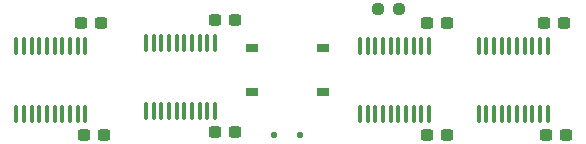
<source format=gbr>
%TF.GenerationSoftware,KiCad,Pcbnew,8.0.0*%
%TF.CreationDate,2024-03-20T20:27:36-04:00*%
%TF.ProjectId,level-shifted,6c657665-6c2d-4736-9869-667465642e6b,rev?*%
%TF.SameCoordinates,Original*%
%TF.FileFunction,Paste,Top*%
%TF.FilePolarity,Positive*%
%FSLAX46Y46*%
G04 Gerber Fmt 4.6, Leading zero omitted, Abs format (unit mm)*
G04 Created by KiCad (PCBNEW 8.0.0) date 2024-03-20 20:27:36*
%MOMM*%
%LPD*%
G01*
G04 APERTURE LIST*
G04 Aperture macros list*
%AMRoundRect*
0 Rectangle with rounded corners*
0 $1 Rounding radius*
0 $2 $3 $4 $5 $6 $7 $8 $9 X,Y pos of 4 corners*
0 Add a 4 corners polygon primitive as box body*
4,1,4,$2,$3,$4,$5,$6,$7,$8,$9,$2,$3,0*
0 Add four circle primitives for the rounded corners*
1,1,$1+$1,$2,$3*
1,1,$1+$1,$4,$5*
1,1,$1+$1,$6,$7*
1,1,$1+$1,$8,$9*
0 Add four rect primitives between the rounded corners*
20,1,$1+$1,$2,$3,$4,$5,0*
20,1,$1+$1,$4,$5,$6,$7,0*
20,1,$1+$1,$6,$7,$8,$9,0*
20,1,$1+$1,$8,$9,$2,$3,0*%
G04 Aperture macros list end*
%ADD10R,1.000000X0.750000*%
%ADD11RoundRect,0.237500X0.300000X0.237500X-0.300000X0.237500X-0.300000X-0.237500X0.300000X-0.237500X0*%
%ADD12RoundRect,0.100000X-0.100000X0.637500X-0.100000X-0.637500X0.100000X-0.637500X0.100000X0.637500X0*%
%ADD13RoundRect,0.237500X-0.250000X-0.237500X0.250000X-0.237500X0.250000X0.237500X-0.250000X0.237500X0*%
%ADD14RoundRect,0.125000X-0.125000X-0.125000X0.125000X-0.125000X0.125000X0.125000X-0.125000X0.125000X0*%
G04 APERTURE END LIST*
D10*
%TO.C,SW101*%
X149500000Y-98125000D03*
X155500000Y-98125000D03*
X149500000Y-101875000D03*
X155500000Y-101875000D03*
%TD*%
D11*
%TO.C,C106*%
X176042200Y-105500000D03*
X174317200Y-105500000D03*
%TD*%
D12*
%TO.C,U102*%
X146339200Y-97738000D03*
X145689200Y-97738000D03*
X145039200Y-97738000D03*
X144389200Y-97738000D03*
X143739200Y-97738000D03*
X143089200Y-97738000D03*
X142439200Y-97738000D03*
X141789200Y-97738000D03*
X141139200Y-97738000D03*
X140489200Y-97738000D03*
X140489200Y-103463000D03*
X141139200Y-103463000D03*
X141789200Y-103463000D03*
X142439200Y-103463000D03*
X143089200Y-103463000D03*
X143739200Y-103463000D03*
X144389200Y-103463000D03*
X145039200Y-103463000D03*
X145689200Y-103463000D03*
X146339200Y-103463000D03*
%TD*%
D11*
%TO.C,C101*%
X148026700Y-95754000D03*
X146301700Y-95754000D03*
%TD*%
D13*
%TO.C,R101*%
X160123500Y-94843600D03*
X161948500Y-94843600D03*
%TD*%
D11*
%TO.C,C105*%
X175914700Y-96000000D03*
X174189700Y-96000000D03*
%TD*%
%TO.C,C108*%
X166001000Y-105500000D03*
X164276000Y-105500000D03*
%TD*%
%TO.C,C103*%
X136668000Y-96000000D03*
X134943000Y-96000000D03*
%TD*%
D12*
%TO.C,U103*%
X174500000Y-97984000D03*
X173850000Y-97984000D03*
X173200000Y-97984000D03*
X172550000Y-97984000D03*
X171900000Y-97984000D03*
X171250000Y-97984000D03*
X170600000Y-97984000D03*
X169950000Y-97984000D03*
X169300000Y-97984000D03*
X168650000Y-97984000D03*
X168650000Y-103709000D03*
X169300000Y-103709000D03*
X169950000Y-103709000D03*
X170600000Y-103709000D03*
X171250000Y-103709000D03*
X171900000Y-103709000D03*
X172550000Y-103709000D03*
X173200000Y-103709000D03*
X173850000Y-103709000D03*
X174500000Y-103709000D03*
%TD*%
%TO.C,U105*%
X164443500Y-97984000D03*
X163793500Y-97984000D03*
X163143500Y-97984000D03*
X162493500Y-97984000D03*
X161843500Y-97984000D03*
X161193500Y-97984000D03*
X160543500Y-97984000D03*
X159893500Y-97984000D03*
X159243500Y-97984000D03*
X158593500Y-97984000D03*
X158593500Y-103709000D03*
X159243500Y-103709000D03*
X159893500Y-103709000D03*
X160543500Y-103709000D03*
X161193500Y-103709000D03*
X161843500Y-103709000D03*
X162493500Y-103709000D03*
X163143500Y-103709000D03*
X163793500Y-103709000D03*
X164443500Y-103709000D03*
%TD*%
D14*
%TO.C,D102*%
X151300000Y-105500000D03*
X153500000Y-105500000D03*
%TD*%
D12*
%TO.C,U101*%
X135358000Y-97984000D03*
X134708000Y-97984000D03*
X134058000Y-97984000D03*
X133408000Y-97984000D03*
X132758000Y-97984000D03*
X132108000Y-97984000D03*
X131458000Y-97984000D03*
X130808000Y-97984000D03*
X130158000Y-97984000D03*
X129508000Y-97984000D03*
X129508000Y-103709000D03*
X130158000Y-103709000D03*
X130808000Y-103709000D03*
X131458000Y-103709000D03*
X132108000Y-103709000D03*
X132758000Y-103709000D03*
X133408000Y-103709000D03*
X134058000Y-103709000D03*
X134708000Y-103709000D03*
X135358000Y-103709000D03*
%TD*%
D11*
%TO.C,C107*%
X166001000Y-96000000D03*
X164276000Y-96000000D03*
%TD*%
%TO.C,C102*%
X148026700Y-105254000D03*
X146301700Y-105254000D03*
%TD*%
%TO.C,C104*%
X136923000Y-105500000D03*
X135198000Y-105500000D03*
%TD*%
M02*

</source>
